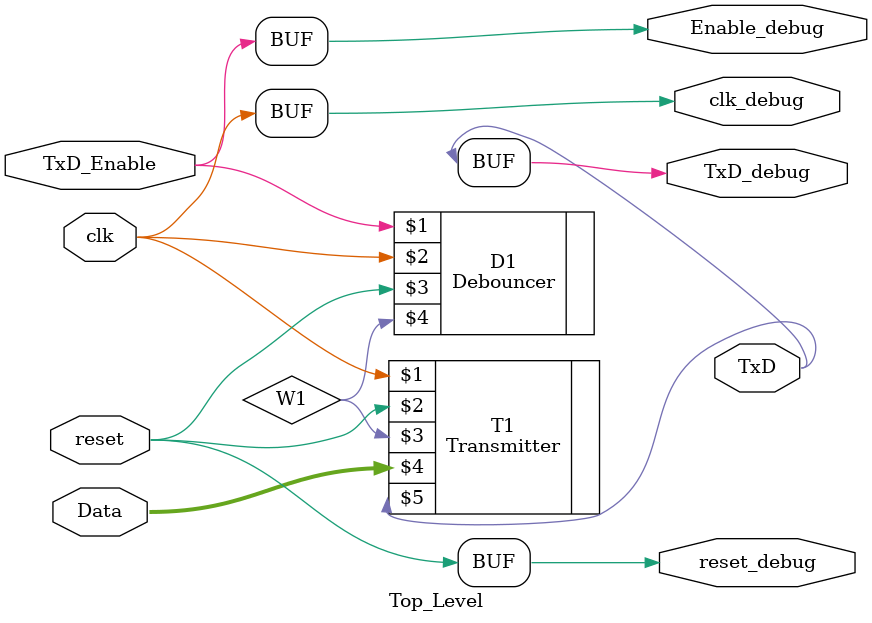
<source format=v>
`timescale 1ns / 1ps

module Top_Level(TxD_Enable, clk, reset, Data, TxD, TxD_debug, Enable_debug, clk_debug, reset_debug);

input TxD_Enable, clk, reset;
input [7:0] Data;
output TxD;
output TxD_debug;
output Enable_debug;
output clk_debug;
output reset_debug;

wire W1;

Debouncer D1(TxD_Enable, clk, reset, W1);
Transmitter T1(clk, reset, W1, Data, TxD); 

assign TxD_debug = TxD;
assign Enable_debug = TxD_Enable;
assign clk_debug = clk;
assign reset_debug = reset;

endmodule

</source>
